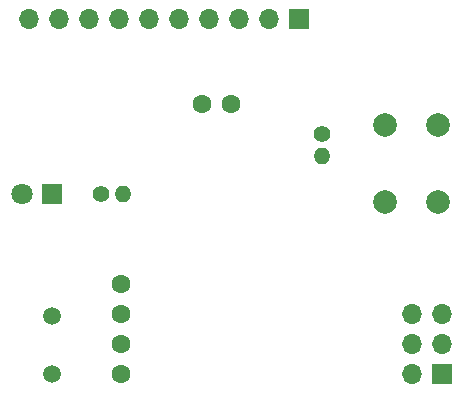
<source format=gbs>
G04 #@! TF.GenerationSoftware,KiCad,Pcbnew,(6.0.11)*
G04 #@! TF.CreationDate,2023-04-02T15:36:07-07:00*
G04 #@! TF.ProjectId,M_MUC,4d5f4d55-432e-46b6-9963-61645f706362,rev?*
G04 #@! TF.SameCoordinates,Original*
G04 #@! TF.FileFunction,Soldermask,Bot*
G04 #@! TF.FilePolarity,Negative*
%FSLAX46Y46*%
G04 Gerber Fmt 4.6, Leading zero omitted, Abs format (unit mm)*
G04 Created by KiCad (PCBNEW (6.0.11)) date 2023-04-02 15:36:07*
%MOMM*%
%LPD*%
G01*
G04 APERTURE LIST*
%ADD10C,1.600000*%
%ADD11C,1.500000*%
%ADD12C,1.400000*%
%ADD13O,1.400000X1.400000*%
%ADD14R,1.700000X1.700000*%
%ADD15O,1.700000X1.700000*%
%ADD16R,1.800000X1.800000*%
%ADD17C,1.800000*%
%ADD18C,2.000000*%
G04 APERTURE END LIST*
D10*
X112560000Y-101600000D03*
X112560000Y-99100000D03*
D11*
X106680000Y-101600000D03*
X106680000Y-96720000D03*
D12*
X129540000Y-81280000D03*
D13*
X129540000Y-83180000D03*
D10*
X112560000Y-96520000D03*
X112560000Y-94020000D03*
D12*
X110820000Y-86360000D03*
D13*
X112720000Y-86360000D03*
D14*
X139730000Y-101600000D03*
D15*
X137190000Y-101600000D03*
X139730000Y-99060000D03*
X137190000Y-99060000D03*
X139730000Y-96520000D03*
X137190000Y-96520000D03*
D16*
X106680000Y-86360000D03*
D17*
X104140000Y-86360000D03*
D18*
X139410000Y-80570000D03*
X139410000Y-87070000D03*
X134910000Y-80570000D03*
X134910000Y-87070000D03*
D10*
X121880000Y-78740000D03*
X119380000Y-78740000D03*
D14*
X127610000Y-71580000D03*
D15*
X125070000Y-71580000D03*
X122530000Y-71580000D03*
X119990000Y-71580000D03*
X117450000Y-71580000D03*
X114910000Y-71580000D03*
X112370000Y-71580000D03*
X109830000Y-71580000D03*
X107290000Y-71580000D03*
X104750000Y-71580000D03*
M02*

</source>
